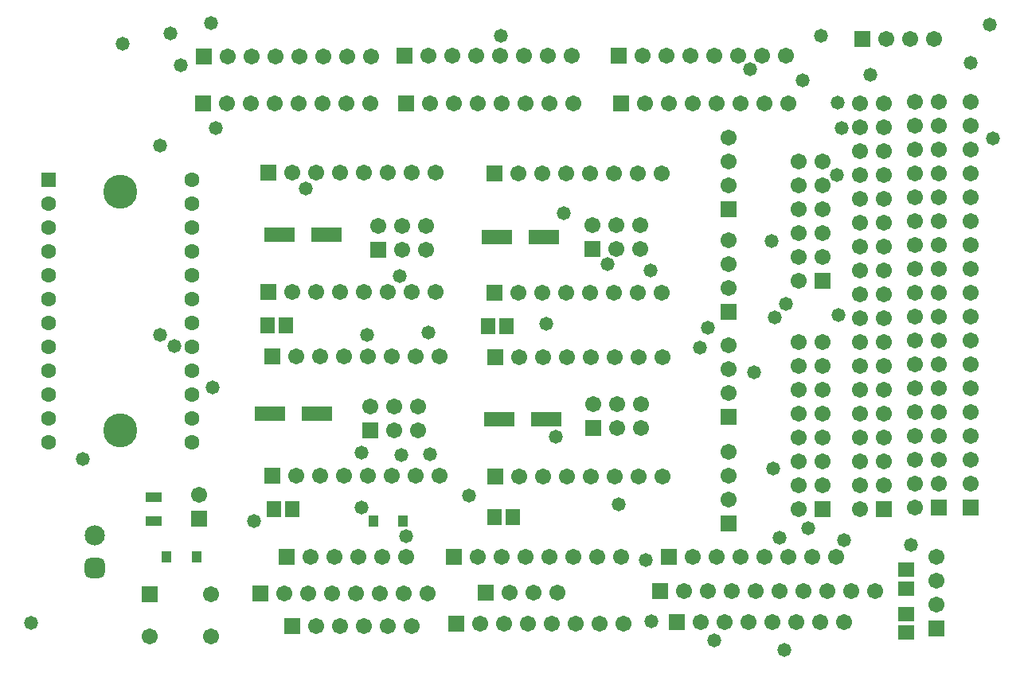
<source format=gts>
G04*
G04 #@! TF.GenerationSoftware,Altium Limited,Altium Designer,22.5.1 (42)*
G04*
G04 Layer_Color=8388736*
%FSLAX44Y44*%
%MOMM*%
G71*
G04*
G04 #@! TF.SameCoordinates,CA0BB6C5-CFA1-4992-A8A9-7B9ED42510D7*
G04*
G04*
G04 #@! TF.FilePolarity,Negative*
G04*
G01*
G75*
%ADD18R,1.8000X1.0000*%
%ADD20R,3.2000X1.6000*%
%ADD21R,1.7532X1.5532*%
%ADD22R,1.1032X1.1532*%
%ADD23R,1.5532X1.7532*%
%ADD24C,1.7032*%
%ADD25R,1.7032X1.7032*%
G04:AMPARAMS|DCode=26|XSize=2.1532mm|YSize=2.1532mm|CornerRadius=0.5891mm|HoleSize=0mm|Usage=FLASHONLY|Rotation=90.000|XOffset=0mm|YOffset=0mm|HoleType=Round|Shape=RoundedRectangle|*
%AMROUNDEDRECTD26*
21,1,2.1532,0.9750,0,0,90.0*
21,1,0.9750,2.1532,0,0,90.0*
1,1,1.1782,0.4875,0.4875*
1,1,1.1782,0.4875,-0.4875*
1,1,1.1782,-0.4875,-0.4875*
1,1,1.1782,-0.4875,0.4875*
%
%ADD26ROUNDEDRECTD26*%
%ADD27C,2.1532*%
%ADD28R,1.7032X1.7032*%
%ADD29R,1.6080X1.6080*%
%ADD30C,1.6080*%
%ADD31C,3.6160*%
%ADD32C,1.4732*%
D18*
X153670Y173790D02*
D03*
Y148790D02*
D03*
D20*
X518560Y450850D02*
D03*
X568560D02*
D03*
X521100Y256540D02*
D03*
X571100D02*
D03*
X287420Y453390D02*
D03*
X337420D02*
D03*
X277260Y262890D02*
D03*
X327260D02*
D03*
D21*
X953770Y49346D02*
D03*
Y29846D02*
D03*
Y96336D02*
D03*
Y76836D02*
D03*
D22*
X386840Y148590D02*
D03*
X418340D02*
D03*
X167130Y110490D02*
D03*
X198630D02*
D03*
D23*
X528770Y355600D02*
D03*
X509270D02*
D03*
X535120Y152400D02*
D03*
X515620D02*
D03*
X293820Y356870D02*
D03*
X274320D02*
D03*
X300580Y161290D02*
D03*
X281080D02*
D03*
D24*
X962660Y594360D02*
D03*
X988060D02*
D03*
X962660Y568960D02*
D03*
X988060D02*
D03*
X962660Y543560D02*
D03*
X988060D02*
D03*
X962660Y518160D02*
D03*
X988060D02*
D03*
X962660Y492760D02*
D03*
X988060D02*
D03*
X962660Y467360D02*
D03*
X988060D02*
D03*
X962660Y441960D02*
D03*
X988060D02*
D03*
X962660Y416560D02*
D03*
X988060D02*
D03*
X962660Y391160D02*
D03*
X988060D02*
D03*
X962660Y365760D02*
D03*
X988060D02*
D03*
X962660Y340360D02*
D03*
X988060D02*
D03*
X962660Y314960D02*
D03*
X988060D02*
D03*
X962660Y289560D02*
D03*
X988060D02*
D03*
X962660Y264160D02*
D03*
X988060D02*
D03*
X962660Y238760D02*
D03*
X988060D02*
D03*
X962660Y213360D02*
D03*
X988060D02*
D03*
X962660Y187960D02*
D03*
X988060D02*
D03*
X962660Y162560D02*
D03*
X764540Y335280D02*
D03*
Y309880D02*
D03*
Y284480D02*
D03*
X735330Y40640D02*
D03*
X760730D02*
D03*
X786130D02*
D03*
X811530D02*
D03*
X836930D02*
D03*
X862330D02*
D03*
X887730D02*
D03*
X232410Y642620D02*
D03*
X257810D02*
D03*
X283210D02*
D03*
X308610D02*
D03*
X334010D02*
D03*
X359410D02*
D03*
X384810D02*
D03*
X326390Y36830D02*
D03*
X351790D02*
D03*
X377190D02*
D03*
X402590D02*
D03*
X427990D02*
D03*
X445770Y643890D02*
D03*
X471170D02*
D03*
X496570D02*
D03*
X521970D02*
D03*
X547370D02*
D03*
X572770D02*
D03*
X598170D02*
D03*
X673100D02*
D03*
X698500D02*
D03*
X723900D02*
D03*
X749300D02*
D03*
X774700D02*
D03*
X800100D02*
D03*
X825500D02*
D03*
X500380Y39370D02*
D03*
X525780D02*
D03*
X551180D02*
D03*
X576580D02*
D03*
X601980D02*
D03*
X627380D02*
D03*
X652780D02*
D03*
X621030Y273050D02*
D03*
X646430Y247650D02*
D03*
Y273050D02*
D03*
X671830Y247650D02*
D03*
Y273050D02*
D03*
X542290Y322580D02*
D03*
X567690D02*
D03*
X593090D02*
D03*
X618490D02*
D03*
X643890D02*
D03*
X669290D02*
D03*
X694690D02*
D03*
X542290Y195580D02*
D03*
X567690D02*
D03*
X593090D02*
D03*
X618490D02*
D03*
X643890D02*
D03*
X669290D02*
D03*
X694690D02*
D03*
X392430Y462280D02*
D03*
X417830Y436880D02*
D03*
Y462280D02*
D03*
X443230Y436880D02*
D03*
Y462280D02*
D03*
X300990Y519430D02*
D03*
X326390D02*
D03*
X351790D02*
D03*
X377190D02*
D03*
X402590D02*
D03*
X427990D02*
D03*
X453390D02*
D03*
X300990Y392430D02*
D03*
X326390D02*
D03*
X351790D02*
D03*
X377190D02*
D03*
X402590D02*
D03*
X427990D02*
D03*
X453390D02*
D03*
X383540Y270510D02*
D03*
X408940Y245110D02*
D03*
Y270510D02*
D03*
X434340Y245110D02*
D03*
Y270510D02*
D03*
X304800Y323850D02*
D03*
X330200D02*
D03*
X355600D02*
D03*
X381000D02*
D03*
X406400D02*
D03*
X431800D02*
D03*
X457200D02*
D03*
X304800Y196850D02*
D03*
X330200D02*
D03*
X355600D02*
D03*
X381000D02*
D03*
X406400D02*
D03*
X431800D02*
D03*
X457200D02*
D03*
X764540Y447040D02*
D03*
Y421640D02*
D03*
Y396240D02*
D03*
Y222250D02*
D03*
Y196850D02*
D03*
Y171450D02*
D03*
Y556260D02*
D03*
Y530860D02*
D03*
Y505460D02*
D03*
X619760Y463550D02*
D03*
X645160Y438150D02*
D03*
Y463550D02*
D03*
X670560Y438150D02*
D03*
Y463550D02*
D03*
X541020Y518160D02*
D03*
X566420D02*
D03*
X591820D02*
D03*
X617220D02*
D03*
X642620D02*
D03*
X668020D02*
D03*
X693420D02*
D03*
X541020Y391160D02*
D03*
X566420D02*
D03*
X591820D02*
D03*
X617220D02*
D03*
X642620D02*
D03*
X668020D02*
D03*
X693420D02*
D03*
X726440Y110490D02*
D03*
X751840D02*
D03*
X777240D02*
D03*
X802640D02*
D03*
X828040D02*
D03*
X853440D02*
D03*
X878840D02*
D03*
X231140Y593090D02*
D03*
X256540D02*
D03*
X281940D02*
D03*
X307340D02*
D03*
X332740D02*
D03*
X358140D02*
D03*
X383540D02*
D03*
X839470Y161290D02*
D03*
X864870Y186690D02*
D03*
X839470D02*
D03*
X864870Y212090D02*
D03*
X839470D02*
D03*
X864870Y237490D02*
D03*
X839470D02*
D03*
X864870Y262890D02*
D03*
X839470D02*
D03*
X864870Y288290D02*
D03*
X839470D02*
D03*
X864870Y313690D02*
D03*
X839470D02*
D03*
X864870Y339090D02*
D03*
X839470D02*
D03*
Y530860D02*
D03*
X864870D02*
D03*
X839470Y505460D02*
D03*
X864870D02*
D03*
X839470Y480060D02*
D03*
X864870D02*
D03*
X839470Y454660D02*
D03*
X864870D02*
D03*
X839470Y429260D02*
D03*
X864870D02*
D03*
X839470Y403860D02*
D03*
X320040Y110490D02*
D03*
X345440D02*
D03*
X370840D02*
D03*
X396240D02*
D03*
X421640D02*
D03*
X447040Y593090D02*
D03*
X472440D02*
D03*
X497840D02*
D03*
X523240D02*
D03*
X548640D02*
D03*
X574040D02*
D03*
X599440D02*
D03*
X675640D02*
D03*
X701040D02*
D03*
X726440D02*
D03*
X751840D02*
D03*
X777240D02*
D03*
X802640D02*
D03*
X828040D02*
D03*
X497840Y110490D02*
D03*
X523240D02*
D03*
X548640D02*
D03*
X574040D02*
D03*
X599440D02*
D03*
X624840D02*
D03*
X650240D02*
D03*
X292100Y71120D02*
D03*
X317500D02*
D03*
X342900D02*
D03*
X368300D02*
D03*
X393700D02*
D03*
X419100D02*
D03*
X444500D02*
D03*
X582930Y72390D02*
D03*
X557530D02*
D03*
X532130D02*
D03*
X982980Y661670D02*
D03*
X957580D02*
D03*
X932180D02*
D03*
X742950Y73660D02*
D03*
X920750D02*
D03*
X895350D02*
D03*
X869950D02*
D03*
X844550D02*
D03*
X819150D02*
D03*
X793750D02*
D03*
X768350D02*
D03*
X717550D02*
D03*
X985520Y59690D02*
D03*
Y85090D02*
D03*
Y110490D02*
D03*
X904240Y161290D02*
D03*
X929640Y186690D02*
D03*
X904240D02*
D03*
X929640Y212090D02*
D03*
X904240D02*
D03*
X929640Y237490D02*
D03*
X904240D02*
D03*
X929640Y262890D02*
D03*
X904240D02*
D03*
X929640Y288290D02*
D03*
X904240D02*
D03*
X929640Y313690D02*
D03*
X904240D02*
D03*
X929640Y339090D02*
D03*
X904240D02*
D03*
X929640Y364490D02*
D03*
X904240D02*
D03*
X929640Y389890D02*
D03*
X904240D02*
D03*
X929640Y415290D02*
D03*
X904240D02*
D03*
X929640Y440690D02*
D03*
X904240D02*
D03*
X929640Y466090D02*
D03*
X904240D02*
D03*
X929640Y491490D02*
D03*
X904240D02*
D03*
X929640Y516890D02*
D03*
X904240D02*
D03*
X929640Y542290D02*
D03*
X904240D02*
D03*
X929640Y567690D02*
D03*
X904240D02*
D03*
X929640Y593090D02*
D03*
X904240D02*
D03*
X1022350Y187960D02*
D03*
Y213360D02*
D03*
Y238760D02*
D03*
Y264160D02*
D03*
Y289560D02*
D03*
Y314960D02*
D03*
Y340360D02*
D03*
Y365760D02*
D03*
Y391160D02*
D03*
Y416560D02*
D03*
Y441960D02*
D03*
Y467360D02*
D03*
Y492760D02*
D03*
Y518160D02*
D03*
Y543560D02*
D03*
Y568960D02*
D03*
Y594360D02*
D03*
X201930Y176530D02*
D03*
X149110Y25760D02*
D03*
X214110D02*
D03*
Y70760D02*
D03*
D25*
X988060Y162560D02*
D03*
X764540Y259080D02*
D03*
Y370840D02*
D03*
Y146050D02*
D03*
Y480060D02*
D03*
X864870Y161290D02*
D03*
Y403860D02*
D03*
X985520Y34290D02*
D03*
X929640Y161290D02*
D03*
X1022350Y162560D02*
D03*
X201930Y151130D02*
D03*
D26*
X90630Y98070D02*
D03*
D27*
Y133070D02*
D03*
D28*
X709930Y40640D02*
D03*
X207010Y642620D02*
D03*
X300990Y36830D02*
D03*
X420370Y643890D02*
D03*
X647700D02*
D03*
X474980Y39370D02*
D03*
X621030Y247650D02*
D03*
X516890Y322580D02*
D03*
Y195580D02*
D03*
X392430Y436880D02*
D03*
X275590Y519430D02*
D03*
Y392430D02*
D03*
X383540Y245110D02*
D03*
X279400Y323850D02*
D03*
Y196850D02*
D03*
X619760Y438150D02*
D03*
X515620Y518160D02*
D03*
Y391160D02*
D03*
X701040Y110490D02*
D03*
X205740Y593090D02*
D03*
X294640Y110490D02*
D03*
X421640Y593090D02*
D03*
X650240D02*
D03*
X472440Y110490D02*
D03*
X266700Y71120D02*
D03*
X506730Y72390D02*
D03*
X906780Y661670D02*
D03*
X692150Y73660D02*
D03*
X149110Y70760D02*
D03*
D29*
X41910Y511810D02*
D03*
D30*
Y486410D02*
D03*
Y461010D02*
D03*
Y435610D02*
D03*
Y410210D02*
D03*
Y384810D02*
D03*
Y359410D02*
D03*
Y334010D02*
D03*
Y308610D02*
D03*
Y283210D02*
D03*
Y257810D02*
D03*
Y232410D02*
D03*
X194310D02*
D03*
Y257810D02*
D03*
Y283210D02*
D03*
Y308610D02*
D03*
Y334010D02*
D03*
Y359410D02*
D03*
Y384810D02*
D03*
Y410210D02*
D03*
Y435610D02*
D03*
Y461010D02*
D03*
Y486410D02*
D03*
Y511810D02*
D03*
D31*
X118110Y499110D02*
D03*
Y245110D02*
D03*
D32*
X742950Y354330D02*
D03*
X734060Y332740D02*
D03*
X813896Y365426D02*
D03*
X215900Y290830D02*
D03*
X447040Y219710D02*
D03*
X416560Y218440D02*
D03*
X374203Y221520D02*
D03*
X260350Y148590D02*
D03*
X787349Y629100D02*
D03*
X887730Y128270D02*
D03*
X819150Y130810D02*
D03*
X647780Y166110D02*
D03*
X749300Y21590D02*
D03*
X849630Y140970D02*
D03*
X681990Y415290D02*
D03*
X421640Y132080D02*
D03*
X415290Y408940D02*
D03*
X1042242Y676322D02*
D03*
X915242Y623744D02*
D03*
X843106Y617394D02*
D03*
X824056Y11096D02*
D03*
X23194Y40306D02*
D03*
X120476Y656002D02*
D03*
X522558Y664892D02*
D03*
X884508Y566594D02*
D03*
X879936Y517064D02*
D03*
X589106Y475662D02*
D03*
X1021668Y635936D02*
D03*
X214202Y678608D02*
D03*
X219028Y566848D02*
D03*
X160354Y548052D02*
D03*
Y346630D02*
D03*
X380064D02*
D03*
X676736Y106854D02*
D03*
X682070Y41322D02*
D03*
X880524Y593518D02*
D03*
X77550Y214042D02*
D03*
X182198Y633904D02*
D03*
X791290Y306325D02*
D03*
X570818Y358346D02*
D03*
X175594Y334692D02*
D03*
X171276Y667432D02*
D03*
X863094Y664716D02*
D03*
X811864Y203882D02*
D03*
X488285Y175403D02*
D03*
X445160Y349170D02*
D03*
X881460Y367458D02*
D03*
X1045544Y555672D02*
D03*
X958676Y123364D02*
D03*
X580978Y237918D02*
D03*
X374476Y162988D02*
D03*
X810340Y446706D02*
D03*
X825580Y379650D02*
D03*
X636096Y421814D02*
D03*
X315294Y502332D02*
D03*
M02*

</source>
